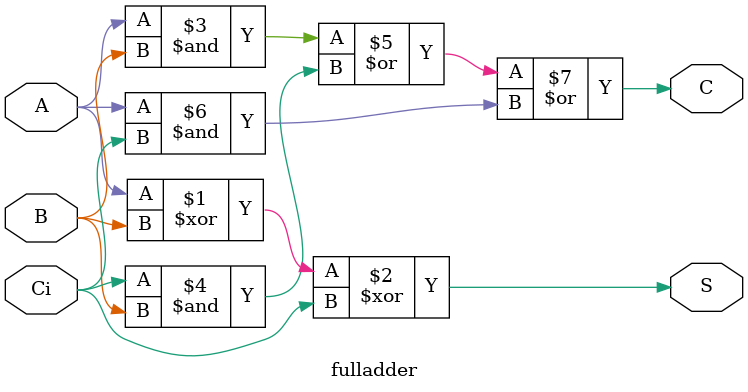
<source format=v>
`timescale 1ns / 1ps
module fulladder(
    input A, B, Ci,
    output S, C
    );

    assign S = A ^ B ^ Ci;
    assign C = (A & B) | (Ci & B) | (A & Ci);
  
endmodule
</source>
